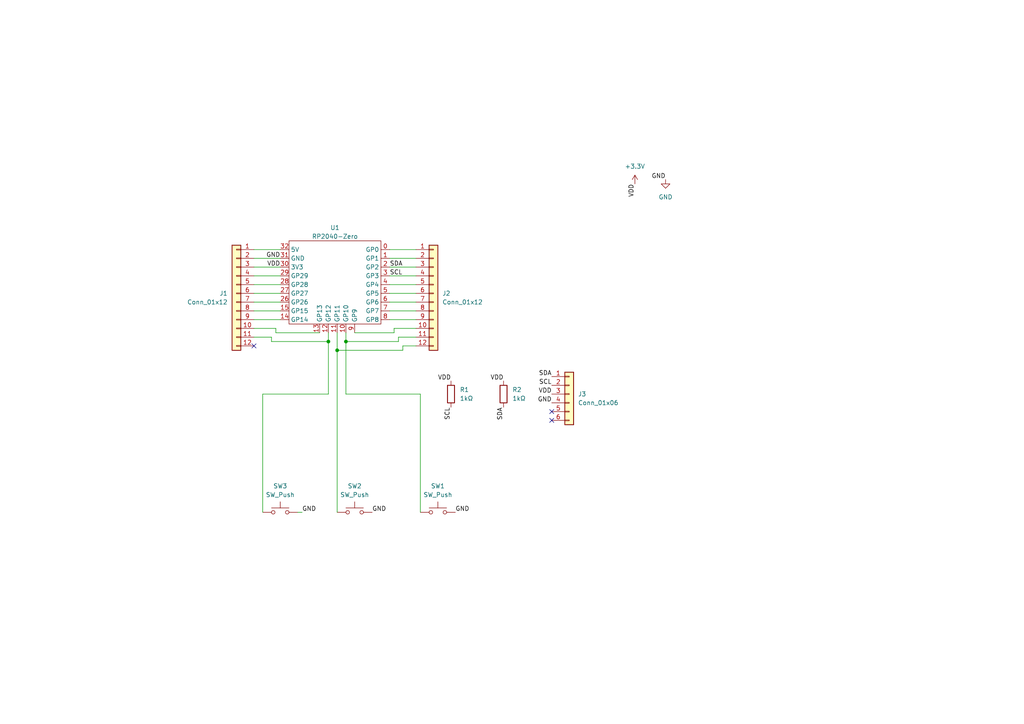
<source format=kicad_sch>
(kicad_sch (version 20231120) (generator "eeschema") (generator_version "8.0")
  (paper "A4")
  (lib_symbols
    (symbol "Connector_Generic:Conn_01x06" (pin_names (offset 1.016) hide)
      (property "Reference" "J" (at 0 7.62 0))
      (property "Value" "Conn_01x06" (at 0 -10.16 0))
      (symbol "Conn_01x06_1_1"
        (rectangle (start -1.27 -7.493) (end 0 -7.747) (stroke (width 0.1524)))
        (rectangle (start -1.27 -4.953) (end 0 -5.207) (stroke (width 0.1524)))
        (rectangle (start -1.27 -2.413) (end 0 -2.667) (stroke (width 0.1524)))
        (rectangle (start -1.27 0.127) (end 0 -0.127) (stroke (width 0.1524)))
        (rectangle (start -1.27 2.667) (end 0 2.413) (stroke (width 0.1524)))
        (rectangle (start -1.27 5.207) (end 0 4.953) (stroke (width 0.1524)))
        (rectangle (start -1.27 6.35) (end 1.27 -8.89) (stroke (width 0.254)) (fill (type background)))
        (pin passive line (at -5.08 5.08 0) (length 3.81) (name "Pin_1") (number "1"))
        (pin passive line (at -5.08 2.54 0) (length 3.81) (name "Pin_2") (number "2"))
        (pin passive line (at -5.08 0 0) (length 3.81) (name "Pin_3") (number "3"))
        (pin passive line (at -5.08 -2.54 0) (length 3.81) (name "Pin_4") (number "4"))
        (pin passive line (at -5.08 -5.08 0) (length 3.81) (name "Pin_5") (number "5"))
        (pin passive line (at -5.08 -7.62 0) (length 3.81) (name "Pin_6") (number "6"))
      )
    )
    (symbol "Connector_Generic:Conn_01x12" (pin_names (offset 1.016) hide)
      (property "Reference" "J" (at 0 15.24 0))
      (property "Value" "Conn_01x12" (at 0 -17.78 0))
      (symbol "Conn_01x12_1_1"
        (rectangle (start -1.27 -15.113) (end 0 -15.367) (stroke (width 0.1524)))
        (rectangle (start -1.27 -12.573) (end 0 -12.827) (stroke (width 0.1524)))
        (rectangle (start -1.27 -10.033) (end 0 -10.287) (stroke (width 0.1524)))
        (rectangle (start -1.27 -7.493) (end 0 -7.747) (stroke (width 0.1524)))
        (rectangle (start -1.27 -4.953) (end 0 -5.207) (stroke (width 0.1524)))
        (rectangle (start -1.27 -2.413) (end 0 -2.667) (stroke (width 0.1524)))
        (rectangle (start -1.27 0.127) (end 0 -0.127) (stroke (width 0.1524)))
        (rectangle (start -1.27 2.667) (end 0 2.413) (stroke (width 0.1524)))
        (rectangle (start -1.27 5.207) (end 0 4.953) (stroke (width 0.1524)))
        (rectangle (start -1.27 7.747) (end 0 7.493) (stroke (width 0.1524)))
        (rectangle (start -1.27 10.287) (end 0 10.033) (stroke (width 0.1524)))
        (rectangle (start -1.27 12.827) (end 0 12.573) (stroke (width 0.1524)))
        (rectangle (start -1.27 13.97) (end 1.27 -16.51) (stroke (width 0.254)) (fill (type background)))
        (pin passive line (at -5.08 12.7 0) (length 3.81) (name "Pin_1") (number "1"))
        (pin passive line (at -5.08 -10.16 0) (length 3.81) (name "Pin_10") (number "10"))
        (pin passive line (at -5.08 -12.7 0) (length 3.81) (name "Pin_11") (number "11"))
        (pin passive line (at -5.08 -15.24 0) (length 3.81) (name "Pin_12") (number "12"))
        (pin passive line (at -5.08 10.16 0) (length 3.81) (name "Pin_2") (number "2"))
        (pin passive line (at -5.08 7.62 0) (length 3.81) (name "Pin_3") (number "3"))
        (pin passive line (at -5.08 5.08 0) (length 3.81) (name "Pin_4") (number "4"))
        (pin passive line (at -5.08 2.54 0) (length 3.81) (name "Pin_5") (number "5"))
        (pin passive line (at -5.08 0 0) (length 3.81) (name "Pin_6") (number "6"))
        (pin passive line (at -5.08 -2.54 0) (length 3.81) (name "Pin_7") (number "7"))
        (pin passive line (at -5.08 -5.08 0) (length 3.81) (name "Pin_8") (number "8"))
        (pin passive line (at -5.08 -7.62 0) (length 3.81) (name "Pin_9") (number "9"))
      )
    )
    (symbol "Device:R" (pin_numbers hide) (pin_names (offset 0))
      (property "Reference" "R" (at 2.032 0 90))
      (property "Value" "R" (at 0 0 90))
      (symbol "R_0_1"
        (rectangle (start -1.016 -2.54) (end 1.016 2.54) (stroke (width 0.254)))
      )
      (symbol "R_1_1"
        (pin passive line (at 0 3.81 270) (length 1.27) (name "~") (number "1"))
        (pin passive line (at 0 -3.81 90) (length 1.27) (name "~") (number "2"))
      )
    )
    (symbol "Switch:SW_Push" (pin_numbers hide) (pin_names (offset 1.016) hide)
      (property "Reference" "SW" (at 1.27 2.54 0))
      (property "Value" "SW_Push" (at 0 -1.524 0))
      (symbol "SW_Push_0_1"
        (circle (center -2.032 0) (radius 0.508))
        (polyline (pts (xy 0 1.27) (xy 0 3.048)))
        (polyline (pts (xy 2.54 1.27) (xy -2.54 1.27)))
        (circle (center 2.032 0) (radius 0.508))
        (pin passive line (at -5.08 0 0) (length 2.54) (name "1") (number "1"))
        (pin passive line (at 5.08 0 180) (length 2.54) (name "2") (number "2"))
      )
    )
    (symbol "gr_keyboard:RP2040-zero"
      (property "Reference" "U" (at 0 0 0))
      (symbol "RP2040-zero_0_1"
        (rectangle (start -13.97 11.43) (end 12.7 -12.7))
      )
      (symbol "RP2040-zero_1_1"
        (pin passive line (at 15.24 8.89 180) (length 2.54) (name "GP0") (number "0"))
        (pin passive line (at 15.24 6.35 180) (length 2.54) (name "GP1") (number "1"))
        (pin passive line (at 2.54 -15.24 90) (length 2.54) (name "GP10") (number "10"))
        (pin passive line (at 0 -15.24 90) (length 2.54) (name "GP11") (number "11"))
        (pin passive line (at -2.54 -15.24 90) (length 2.54) (name "GP12") (number "12"))
        (pin passive line (at -5.08 -15.24 90) (length 2.54) (name "GP13") (number "13"))
        (pin passive line (at -16.51 -11.43 0) (length 2.54) (name "GP14") (number "14"))
        (pin passive line (at -16.51 -8.89 0) (length 2.54) (name "GP15") (number "15"))
        (pin passive line (at 15.24 3.81 180) (length 2.54) (name "GP2") (number "2"))
        (pin passive line (at -16.51 -6.35 0) (length 2.54) (name "GP26") (number "26"))
        (pin passive line (at -16.51 -3.81 0) (length 2.54) (name "GP27") (number "27"))
        (pin passive line (at -16.51 -1.27 0) (length 2.54) (name "GP28") (number "28"))
        (pin passive line (at -16.51 1.27 0) (length 2.54) (name "GP29") (number "29"))
        (pin passive line (at 15.24 1.27 180) (length 2.54) (name "GP3") (number "3"))
        (pin power_out line (at -16.51 3.81 0) (length 2.54) (name "3V3") (number "30"))
        (pin power_out line (at -16.51 6.35 0) (length 2.54) (name "GND") (number "31"))
        (pin power_out line (at -16.51 8.89 0) (length 2.54) (name "5V") (number "32"))
        (pin passive line (at 15.24 -1.27 180) (length 2.54) (name "GP4") (number "4"))
        (pin passive line (at 15.24 -3.81 180) (length 2.54) (name "GP5") (number "5"))
        (pin passive line (at 15.24 -6.35 180) (length 2.54) (name "GP6") (number "6"))
        (pin passive line (at 15.24 -8.89 180) (length 2.54) (name "GP7") (number "7"))
        (pin passive line (at 15.24 -11.43 180) (length 2.54) (name "GP8") (number "8"))
        (pin passive line (at 5.08 -15.24 90) (length 2.54) (name "GP9") (number "9"))
      )
    )
    (symbol "power:+3.3V" (power) (pin_names (offset 0))
      (property "Value" "+3.3V" (at 0 3.556 0))
      (symbol "+3.3V_0_1"
        (polyline (pts (xy -0.762 1.27) (xy 0 2.54)))
        (polyline (pts (xy 0 0) (xy 0 2.54)))
        (polyline (pts (xy 0 2.54) (xy 0.762 1.27)))
      )
      (symbol "+3.3V_1_1"
        (pin power_in line (at 0 0 90) (length 0) hide (name "+3.3V") (number "1"))
      )
    )
    (symbol "power:GND" (power) (pin_names (offset 0))
      (property "Value" "GND" (at 0 -3.81 0))
      (symbol "GND_0_1"
        (polyline (pts (xy 0 0) (xy 0 -1.27) (xy 1.27 -1.27) (xy 0 -2.54) (xy -1.27 -1.27) (xy 0 -1.27)))
      )
      (symbol "GND_1_1"
        (pin power_in line (at 0 0 270) (length 0) hide (name "GND") (number "1"))
      )
    )
  )
  (junction (at 95.25 99.06))
  (junction (at 100.33 99.06))
  (junction (at 97.79 101.6))
  (no_connect (at 160.02 121.92))
  (no_connect (at 73.66 100.33))
  (no_connect (at 160.02 119.38))
  (wire (pts (xy 73.66 95.25) (xy 80.01 95.25)))
  (wire (pts (xy 113.03 72.39) (xy 120.65 72.39)))
  (wire (pts (xy 76.2 114.3) (xy 76.2 148.59)))
  (wire (pts (xy 113.03 87.63) (xy 120.65 87.63)))
  (wire (pts (xy 73.66 82.55) (xy 81.28 82.55)))
  (wire (pts (xy 73.66 87.63) (xy 81.28 87.63)))
  (wire (pts (xy 113.03 82.55) (xy 120.65 82.55)))
  (wire (pts (xy 113.03 92.71) (xy 120.65 92.71)))
  (wire (pts (xy 86.36 148.59) (xy 87.63 148.59)))
  (wire (pts (xy 73.66 90.17) (xy 81.28 90.17)))
  (wire (pts (xy 73.66 97.79) (xy 78.74 97.79)))
  (wire (pts (xy 95.25 114.3) (xy 76.2 114.3)))
  (wire (pts (xy 95.25 96.52) (xy 95.25 99.06)))
  (wire (pts (xy 73.66 85.09) (xy 81.28 85.09)))
  (wire (pts (xy 113.03 90.17) (xy 120.65 90.17)))
  (wire (pts (xy 116.84 100.33) (xy 116.84 101.6)))
  (wire (pts (xy 113.03 77.47) (xy 120.65 77.47)))
  (wire (pts (xy 100.33 99.06) (xy 100.33 114.3)))
  (wire (pts (xy 114.3 96.52) (xy 102.87 96.52)))
  (wire (pts (xy 114.3 95.25) (xy 114.3 96.52)))
  (wire (pts (xy 95.25 99.06) (xy 95.25 114.3)))
  (wire (pts (xy 73.66 74.93) (xy 81.28 74.93)))
  (wire (pts (xy 100.33 96.52) (xy 100.33 99.06)))
  (wire (pts (xy 78.74 99.06) (xy 95.25 99.06)))
  (wire (pts (xy 80.01 95.25) (xy 80.01 96.52)))
  (wire (pts (xy 97.79 101.6) (xy 97.79 148.59)))
  (wire (pts (xy 116.84 101.6) (xy 97.79 101.6)))
  (wire (pts (xy 73.66 77.47) (xy 81.28 77.47)))
  (wire (pts (xy 80.01 96.52) (xy 92.71 96.52)))
  (wire (pts (xy 115.57 99.06) (xy 100.33 99.06)))
  (wire (pts (xy 120.65 95.25) (xy 114.3 95.25)))
  (wire (pts (xy 113.03 74.93) (xy 120.65 74.93)))
  (wire (pts (xy 120.65 100.33) (xy 116.84 100.33)))
  (wire (pts (xy 100.33 114.3) (xy 121.92 114.3)))
  (wire (pts (xy 97.79 96.52) (xy 97.79 101.6)))
  (wire (pts (xy 73.66 92.71) (xy 81.28 92.71)))
  (wire (pts (xy 121.92 114.3) (xy 121.92 148.59)))
  (wire (pts (xy 115.57 97.79) (xy 115.57 99.06)))
  (wire (pts (xy 78.74 97.79) (xy 78.74 99.06)))
  (wire (pts (xy 113.03 80.01) (xy 120.65 80.01)))
  (wire (pts (xy 113.03 85.09) (xy 120.65 85.09)))
  (wire (pts (xy 120.65 97.79) (xy 115.57 97.79)))
  (wire (pts (xy 73.66 80.01) (xy 81.28 80.01)))
  (wire (pts (xy 73.66 72.39) (xy 81.28 72.39)))
  (label "GND" (at 132.08 148.59 0))
  (label "VDD" (at 146.05 110.49 180))
  (label "GND" (at 193.04 52.07 180))
  (label "VDD" (at 130.81 110.49 180))
  (label "VDD" (at 184.15 53.34 270))
  (label "SCL" (at 160.02 111.76 180))
  (label "SDA" (at 113.03 77.47 0))
  (label "GND" (at 87.63 148.59 0))
  (label "GND" (at 160.02 116.84 180))
  (label "VDD" (at 160.02 114.3 180))
  (label "SCL" (at 113.03 80.01 0))
  (label "SDA" (at 146.05 118.11 270))
  (label "GND" (at 107.95 148.59 0))
  (label "GND" (at 81.28 74.93 180))
  (label "VDD" (at 81.28 77.47 180))
  (label "SCL" (at 130.81 118.11 270))
  (label "SDA" (at 160.02 109.22 180))
  (symbol (lib_id "Connector_Generic:Conn_01x06") (at 165.1 114.3 0) (unit 1)
    (property "Reference" "J3" (at 167.64 114.3 0) (effects (justify left)))
    (property "Value" "Conn_01x06" (at 167.64 116.84 0) (effects (justify left)))
    (property "Footprint" "gr_keyboard:Jushuo_AFC07-S06FCA-00_1x6-1MP_P0.50_Horizontal-JLC" (effects (hide yes)))
    (property "Datasheet" "https://www.lcsc.com/product-detail/FFC-FPC-Connectors_JUSHUO-AFC07-S06FCC-00_C11048.html" (effects (hide yes)))
    (property "LCSC Part #" "  C11048" (effects (hide yes)))
    (property "part url" "https://www.lcsc.com/product-detail/FFC-FPC-Connectors_JUSHUO-AFC07-S06FCC-00_C11048.html" (effects (hide yes)))
  )
  (symbol (lib_id "power:GND") (at 193.04 52.07 0) (unit 1)
    (property "Reference" "#PWR02" (effects (hide yes)))
    (property "Value" "GND" (at 193.04 57.15 0))
  )
  (symbol (lib_id "Switch:SW_Push") (at 102.87 148.59 0) (unit 1)
    (property "Reference" "SW2" (at 102.87 140.97 0))
    (property "Value" "SW_Push" (at 102.87 143.51 0))
    (property "Footprint" "gr_keyboard:MX_Choc_solder" (effects (hide yes)))
  )
  (symbol (lib_id "Connector_Generic:Conn_01x12") (at 125.73 85.09 0) (unit 1)
    (property "Reference" "J2" (at 128.27 85.0899 0) (effects (justify left)))
    (property "Value" "Conn_01x12" (at 128.27 87.6299 0) (effects (justify left)))
    (property "Footprint" "Connector_PinHeader_2.54mm:PinHeader_1x12_P2.54mm_Vertical" (effects (hide yes)))
    (property "Description" "Generic connector, single row, 01x12, script generated (kicad-library-utils/schlib/autogen/connector/)" (effects (hide yes)))
  )
  (symbol (lib_id "power:+3.3V") (at 184.15 53.34 0) (unit 1)
    (property "Reference" "#PWR01" (effects (hide yes)))
    (property "Value" "+3.3V" (at 184.15 48.26 0))
  )
  (symbol (lib_id "Device:R") (at 146.05 114.3 0) (unit 1)
    (property "Reference" "R2" (at 148.59 113.03 0) (effects (justify left)))
    (property "Value" "1kΩ" (at 148.59 115.57 0) (effects (justify left)))
    (property "Footprint" "Resistor_SMD:R_0603_1608Metric" (effects (hide yes)))
  )
  (symbol (lib_id "Device:R") (at 130.81 114.3 0) (unit 1)
    (property "Reference" "R1" (at 133.35 113.03 0) (effects (justify left)))
    (property "Value" "1kΩ" (at 133.35 115.57 0) (effects (justify left)))
    (property "Footprint" "Resistor_SMD:R_0603_1608Metric" (effects (hide yes)))
  )
  (symbol (lib_id "Connector_Generic:Conn_01x12") (at 68.58 85.09 0) (mirror y) (unit 1)
    (property "Reference" "J1" (at 66.04 85.0899 0) (effects (justify left)))
    (property "Value" "Conn_01x12" (at 66.04 87.6299 0) (effects (justify left)))
    (property "Footprint" "Connector_PinHeader_2.54mm:PinHeader_1x12_P2.54mm_Vertical" (effects (hide yes)))
    (property "Description" "Generic connector, single row, 01x12, script generated (kicad-library-utils/schlib/autogen/connector/)" (effects (hide yes)))
  )
  (symbol (lib_id "gr_keyboard:RP2040-zero") (at 97.79 81.28 0) (unit 1)
    (property "Reference" "U1" (at 97.155 66.04 0))
    (property "Value" "RP2040-Zero" (at 97.155 68.58 0))
    (property "Footprint" "gr_keyboard:RP2040-Zero" (effects (hide yes)))
  )
  (symbol (lib_id "Switch:SW_Push") (at 127 148.59 0) (unit 1)
    (property "Reference" "SW1" (at 127 140.97 0))
    (property "Value" "SW_Push" (at 127 143.51 0))
    (property "Footprint" "gr_keyboard:MX_Choc_solder" (effects (hide yes)))
  )
  (symbol (lib_id "Switch:SW_Push") (at 81.28 148.59 0) (unit 1)
    (property "Reference" "SW3" (at 81.28 140.97 0))
    (property "Value" "SW_Push" (at 81.28 143.51 0))
    (property "Footprint" "gr_keyboard:MX_Choc_solder" (effects (hide yes)))
  )
)
</source>
